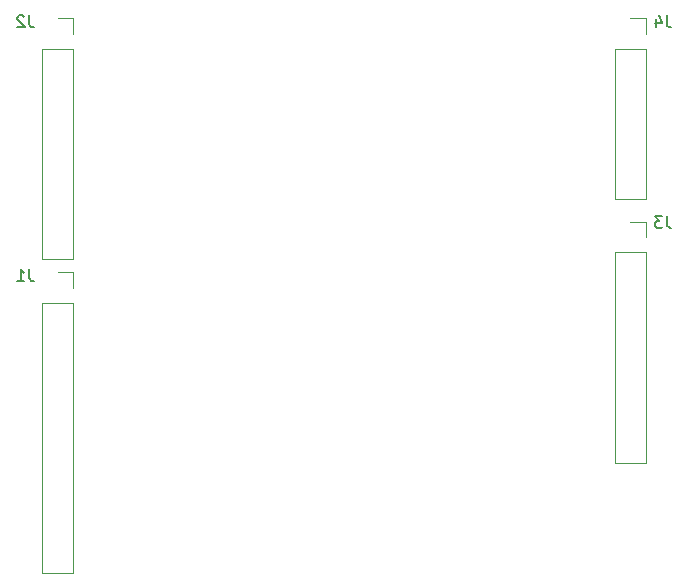
<source format=gbr>
%TF.GenerationSoftware,KiCad,Pcbnew,8.0.2*%
%TF.CreationDate,2024-06-28T22:02:35+02:00*%
%TF.ProjectId,Leiterkarte,4c656974-6572-46b6-9172-74652e6b6963,rev?*%
%TF.SameCoordinates,Original*%
%TF.FileFunction,Legend,Bot*%
%TF.FilePolarity,Positive*%
%FSLAX46Y46*%
G04 Gerber Fmt 4.6, Leading zero omitted, Abs format (unit mm)*
G04 Created by KiCad (PCBNEW 8.0.2) date 2024-06-28 22:02:35*
%MOMM*%
%LPD*%
G01*
G04 APERTURE LIST*
G04 Aperture macros list*
%AMRoundRect*
0 Rectangle with rounded corners*
0 $1 Rounding radius*
0 $2 $3 $4 $5 $6 $7 $8 $9 X,Y pos of 4 corners*
0 Add a 4 corners polygon primitive as box body*
4,1,4,$2,$3,$4,$5,$6,$7,$8,$9,$2,$3,0*
0 Add four circle primitives for the rounded corners*
1,1,$1+$1,$2,$3*
1,1,$1+$1,$4,$5*
1,1,$1+$1,$6,$7*
1,1,$1+$1,$8,$9*
0 Add four rect primitives between the rounded corners*
20,1,$1+$1,$2,$3,$4,$5,0*
20,1,$1+$1,$4,$5,$6,$7,0*
20,1,$1+$1,$6,$7,$8,$9,0*
20,1,$1+$1,$8,$9,$2,$3,0*%
G04 Aperture macros list end*
%ADD10C,0.150000*%
%ADD11C,0.120000*%
%ADD12R,2.400000X2.400000*%
%ADD13O,2.400000X2.400000*%
%ADD14RoundRect,0.250002X-1.499998X-1.499998X1.499998X-1.499998X1.499998X1.499998X-1.499998X1.499998X0*%
%ADD15RoundRect,0.250002X1.499998X1.499998X-1.499998X1.499998X-1.499998X-1.499998X1.499998X-1.499998X0*%
%ADD16O,1.700000X1.700000*%
%ADD17R,1.700000X1.700000*%
G04 APERTURE END LIST*
D10*
X169403333Y-109629819D02*
X169403333Y-110344104D01*
X169403333Y-110344104D02*
X169450952Y-110486961D01*
X169450952Y-110486961D02*
X169546190Y-110582200D01*
X169546190Y-110582200D02*
X169689047Y-110629819D01*
X169689047Y-110629819D02*
X169784285Y-110629819D01*
X169022380Y-109629819D02*
X168403333Y-109629819D01*
X168403333Y-109629819D02*
X168736666Y-110010771D01*
X168736666Y-110010771D02*
X168593809Y-110010771D01*
X168593809Y-110010771D02*
X168498571Y-110058390D01*
X168498571Y-110058390D02*
X168450952Y-110106009D01*
X168450952Y-110106009D02*
X168403333Y-110201247D01*
X168403333Y-110201247D02*
X168403333Y-110439342D01*
X168403333Y-110439342D02*
X168450952Y-110534580D01*
X168450952Y-110534580D02*
X168498571Y-110582200D01*
X168498571Y-110582200D02*
X168593809Y-110629819D01*
X168593809Y-110629819D02*
X168879523Y-110629819D01*
X168879523Y-110629819D02*
X168974761Y-110582200D01*
X168974761Y-110582200D02*
X169022380Y-110534580D01*
X115403333Y-92629819D02*
X115403333Y-93344104D01*
X115403333Y-93344104D02*
X115450952Y-93486961D01*
X115450952Y-93486961D02*
X115546190Y-93582200D01*
X115546190Y-93582200D02*
X115689047Y-93629819D01*
X115689047Y-93629819D02*
X115784285Y-93629819D01*
X114974761Y-92725057D02*
X114927142Y-92677438D01*
X114927142Y-92677438D02*
X114831904Y-92629819D01*
X114831904Y-92629819D02*
X114593809Y-92629819D01*
X114593809Y-92629819D02*
X114498571Y-92677438D01*
X114498571Y-92677438D02*
X114450952Y-92725057D01*
X114450952Y-92725057D02*
X114403333Y-92820295D01*
X114403333Y-92820295D02*
X114403333Y-92915533D01*
X114403333Y-92915533D02*
X114450952Y-93058390D01*
X114450952Y-93058390D02*
X115022380Y-93629819D01*
X115022380Y-93629819D02*
X114403333Y-93629819D01*
X169403333Y-92629819D02*
X169403333Y-93344104D01*
X169403333Y-93344104D02*
X169450952Y-93486961D01*
X169450952Y-93486961D02*
X169546190Y-93582200D01*
X169546190Y-93582200D02*
X169689047Y-93629819D01*
X169689047Y-93629819D02*
X169784285Y-93629819D01*
X168498571Y-92963152D02*
X168498571Y-93629819D01*
X168736666Y-92582200D02*
X168974761Y-93296485D01*
X168974761Y-93296485D02*
X168355714Y-93296485D01*
X115403333Y-114129819D02*
X115403333Y-114844104D01*
X115403333Y-114844104D02*
X115450952Y-114986961D01*
X115450952Y-114986961D02*
X115546190Y-115082200D01*
X115546190Y-115082200D02*
X115689047Y-115129819D01*
X115689047Y-115129819D02*
X115784285Y-115129819D01*
X114403333Y-115129819D02*
X114974761Y-115129819D01*
X114689047Y-115129819D02*
X114689047Y-114129819D01*
X114689047Y-114129819D02*
X114784285Y-114272676D01*
X114784285Y-114272676D02*
X114879523Y-114367914D01*
X114879523Y-114367914D02*
X114974761Y-114415533D01*
D11*
%TO.C,J3*%
X167650000Y-130535000D02*
X167650000Y-112695000D01*
X167650000Y-110095000D02*
X167650000Y-111425000D01*
X166320000Y-110095000D02*
X167650000Y-110095000D01*
X164990000Y-130535000D02*
X167650000Y-130535000D01*
X164990000Y-130535000D02*
X164990000Y-112695000D01*
X164990000Y-112695000D02*
X167650000Y-112695000D01*
%TO.C,J2*%
X119150000Y-113285000D02*
X119150000Y-95445000D01*
X119150000Y-92845000D02*
X119150000Y-94175000D01*
X117820000Y-92845000D02*
X119150000Y-92845000D01*
X116490000Y-113285000D02*
X119150000Y-113285000D01*
X116490000Y-113285000D02*
X116490000Y-95445000D01*
X116490000Y-95445000D02*
X119150000Y-95445000D01*
%TO.C,J4*%
X167650000Y-108205000D02*
X167650000Y-95445000D01*
X167650000Y-92845000D02*
X167650000Y-94175000D01*
X166320000Y-92845000D02*
X167650000Y-92845000D01*
X164990000Y-108205000D02*
X167650000Y-108205000D01*
X164990000Y-108205000D02*
X164990000Y-95445000D01*
X164990000Y-95445000D02*
X167650000Y-95445000D01*
%TO.C,J1*%
X119150000Y-139865000D02*
X119150000Y-116945000D01*
X119150000Y-114345000D02*
X119150000Y-115675000D01*
X117820000Y-114345000D02*
X119150000Y-114345000D01*
X116490000Y-139865000D02*
X119150000Y-139865000D01*
X116490000Y-139865000D02*
X116490000Y-116945000D01*
X116490000Y-116945000D02*
X119150000Y-116945000D01*
%TD*%
%LPC*%
D12*
%TO.C,D2*%
X139850000Y-83200000D03*
D13*
X152550000Y-83200000D03*
%TD*%
D14*
%TO.C,RBLINK_1*%
X181200000Y-98100000D03*
%TD*%
%TO.C,VIN1*%
X128000000Y-71800000D03*
%TD*%
%TO.C,GND1*%
X128000000Y-77700000D03*
%TD*%
%TO.C,J27*%
X97200000Y-143300000D03*
%TD*%
%TO.C,J26*%
X97200000Y-138700000D03*
%TD*%
%TO.C,J25*%
X97200000Y-134100000D03*
%TD*%
%TO.C,J24*%
X97200000Y-119500000D03*
%TD*%
%TO.C,J23*%
X97200000Y-106900000D03*
%TD*%
%TO.C,J21*%
X97300000Y-94700000D03*
%TD*%
%TO.C,J20*%
X102300000Y-140000000D03*
%TD*%
%TO.C,J19*%
X102300000Y-134900000D03*
%TD*%
%TO.C,J18*%
X102300000Y-130300000D03*
%TD*%
%TO.C,J17*%
X102300000Y-125700000D03*
%TD*%
%TO.C,J16*%
X102300000Y-112600000D03*
%TD*%
%TO.C,J15*%
X102300000Y-108000000D03*
%TD*%
%TO.C,RPM_1*%
X165800000Y-62800000D03*
%TD*%
%TO.C,FUEL_1*%
X171300000Y-62800000D03*
%TD*%
%TO.C,OIL_1*%
X176800000Y-62800000D03*
%TD*%
%TO.C,TEMP_1*%
X182300000Y-62800000D03*
%TD*%
%TO.C,LBLINK_1*%
X181170000Y-93500000D03*
%TD*%
%TO.C,SPEED-_1*%
X101470000Y-65090000D03*
%TD*%
D15*
%TO.C,SPEED+_1*%
X101450000Y-70070000D03*
%TD*%
D16*
%TO.C,J12*%
X115170000Y-71795000D03*
X115170000Y-69255000D03*
X115170000Y-66715000D03*
D17*
X115170000Y-64175000D03*
%TD*%
%TO.C,J5*%
X111570000Y-94175000D03*
D16*
X109030000Y-94175000D03*
X111570000Y-96715000D03*
X109030000Y-96715000D03*
X111570000Y-99255000D03*
X109030000Y-99255000D03*
X111570000Y-101795000D03*
X109030000Y-101795000D03*
X111570000Y-104335000D03*
X109030000Y-104335000D03*
X111570000Y-106875000D03*
X109030000Y-106875000D03*
X111570000Y-109415000D03*
X109030000Y-109415000D03*
X111570000Y-111955000D03*
X109030000Y-111955000D03*
X111570000Y-114495000D03*
X109030000Y-114495000D03*
X111570000Y-117035000D03*
X109030000Y-117035000D03*
X111570000Y-119575000D03*
X109030000Y-119575000D03*
X111570000Y-122115000D03*
X109030000Y-122115000D03*
X111570000Y-124655000D03*
X109030000Y-124655000D03*
X111570000Y-127195000D03*
X109030000Y-127195000D03*
X111570000Y-129735000D03*
X109030000Y-129735000D03*
X111570000Y-132275000D03*
X109030000Y-132275000D03*
X111570000Y-134815000D03*
X109030000Y-134815000D03*
X111570000Y-137355000D03*
X109030000Y-137355000D03*
X111570000Y-139895000D03*
X109030000Y-139895000D03*
X111570000Y-142435000D03*
X109030000Y-142435000D03*
%TD*%
%TO.C,J3*%
X166320000Y-129205000D03*
X166320000Y-126665000D03*
X166320000Y-124125000D03*
X166320000Y-121585000D03*
X166320000Y-119045000D03*
X166320000Y-116505000D03*
X166320000Y-113965000D03*
D17*
X166320000Y-111425000D03*
%TD*%
D16*
%TO.C,J2*%
X117820000Y-111955000D03*
X117820000Y-109415000D03*
X117820000Y-106875000D03*
X117820000Y-104335000D03*
X117820000Y-101795000D03*
X117820000Y-99255000D03*
X117820000Y-96715000D03*
D17*
X117820000Y-94175000D03*
%TD*%
D16*
%TO.C,J4*%
X166320000Y-106875000D03*
X166320000Y-104335000D03*
X166320000Y-101795000D03*
X166320000Y-99255000D03*
X166320000Y-96715000D03*
D17*
X166320000Y-94175000D03*
%TD*%
D16*
%TO.C,J1*%
X117820000Y-138535000D03*
X117820000Y-135995000D03*
X117820000Y-133455000D03*
X117820000Y-130915000D03*
X117820000Y-128375000D03*
X117820000Y-125835000D03*
X117820000Y-123295000D03*
X117820000Y-120755000D03*
X117820000Y-118215000D03*
D17*
X117820000Y-115675000D03*
%TD*%
D16*
%TO.C,J11*%
X107420000Y-71795000D03*
X107420000Y-69255000D03*
X107420000Y-66715000D03*
D17*
X107420000Y-64175000D03*
%TD*%
%LPD*%
M02*

</source>
